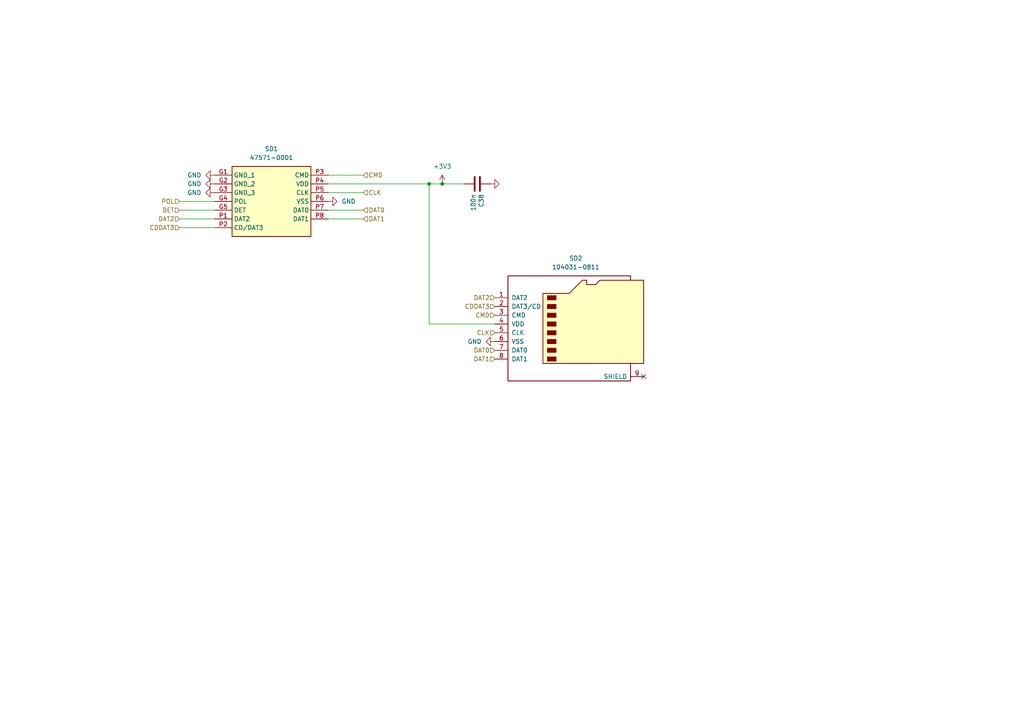
<source format=kicad_sch>
(kicad_sch (version 20250114) (generator "eeschema") (generator_version "9.0")
  (paper "A4")
  (title_block (title "MiniFRANK RM1U") (date "2025-03-04") (rev "1.01") (company "Mikhail Matveev") (comment 1 "https://github.com/xtremespb/frank"))
  (lib_symbols
    (symbol "Connector:Micro_SD_Card" (pin_names (offset 1.016))
      (property "Reference" "J" (at -16.51 15.24 0))
      (property "Value" "Micro_SD_Card" (at 16.51 15.24 0))
      (symbol "Micro_SD_Card_0_1"
        (polyline (pts (xy -8.89 -11.43) (xy -8.89 8.89) (xy -1.27 8.89) (xy 2.54 12.7) (xy 3.81 12.7) (xy 3.81 11.43) (xy 6.35 11.43) (xy 7.62 12.7) (xy 20.32 12.7) (xy 20.32 -11.43) (xy -8.89 -11.43)) (stroke (width 0.254)) (fill (type background)))
        (rectangle (start -7.62 8.255) (end -5.08 6.985) (fill (type outline)))
        (rectangle (start -7.62 5.715) (end -5.08 4.445) (fill (type outline)))
        (rectangle (start -7.62 3.175) (end -5.08 1.905) (fill (type outline)))
        (rectangle (start -7.62 0.635) (end -5.08 -0.635) (fill (type outline)))
        (rectangle (start -7.62 -1.905) (end -5.08 -3.175) (fill (type outline)))
        (rectangle (start -7.62 -4.445) (end -5.08 -5.715) (fill (type outline)))
        (rectangle (start -7.62 -6.985) (end -5.08 -8.255) (fill (type outline)))
        (rectangle (start -7.62 -9.525) (end -5.08 -10.795) (fill (type outline)))
        (polyline (pts (xy 16.51 12.7) (xy 16.51 13.97) (xy -19.05 13.97) (xy -19.05 -16.51) (xy 16.51 -16.51) (xy 16.51 -11.43)) (stroke (width 0.254)))
      )
      (symbol "Micro_SD_Card_1_1"
        (pin bidirectional line (at -22.86 7.62 0) (length 3.81) (name "DAT2") (number "1"))
        (pin bidirectional line (at -22.86 5.08 0) (length 3.81) (name "DAT3/CD") (number "2"))
        (pin input line (at -22.86 2.54 0) (length 3.81) (name "CMD") (number "3"))
        (pin power_in line (at -22.86 0 0) (length 3.81) (name "VDD") (number "4"))
        (pin input line (at -22.86 -2.54 0) (length 3.81) (name "CLK") (number "5"))
        (pin power_in line (at -22.86 -5.08 0) (length 3.81) (name "VSS") (number "6"))
        (pin bidirectional line (at -22.86 -7.62 0) (length 3.81) (name "DAT0") (number "7"))
        (pin bidirectional line (at -22.86 -10.16 0) (length 3.81) (name "DAT1") (number "8"))
        (pin passive line (at 20.32 -15.24 180) (length 3.81) (name "SHIELD") (number "9"))
      )
    )
    (symbol "Device:C" (pin_numbers (hide yes)) (pin_names (offset 0.254))
      (property "Reference" "C" (at 0.635 2.54 0))
      (property "Value" "C" (at 0.635 -2.54 0))
      (symbol "C_0_1"
        (polyline (pts (xy -2.032 0.762) (xy 2.032 0.762)) (stroke (width 0.508)))
        (polyline (pts (xy -2.032 -0.762) (xy 2.032 -0.762)) (stroke (width 0.508)))
      )
      (symbol "C_1_1"
        (pin passive line (at 0 3.81 270) (length 2.794) (name "~") (number "1"))
        (pin passive line (at 0 -3.81 90) (length 2.794) (name "~") (number "2"))
      )
    )
    (symbol "FRANK:MicroSD_Short"
      (property "Reference" "SD1" (at 16.51 7.62 0))
      (property "Value" "MicroSD_Short" (at 16.51 5.08 0))
      (symbol "MicroSD_Short_1_1"
        (rectangle (start 5.08 2.54) (end 27.94 -17.78) (stroke (width 0.254)) (fill (type background)))
        (pin passive line (at 0 0 0) (length 5.08) (name "GND_1") (number "G1"))
        (pin passive line (at 0 -2.54 0) (length 5.08) (name "GND_2") (number "G2"))
        (pin passive line (at 0 -5.08 0) (length 5.08) (name "GND_3") (number "G3"))
        (pin passive line (at 0 -7.62 0) (length 5.08) (name "POL") (number "G4"))
        (pin passive line (at 0 -10.16 0) (length 5.08) (name "DET") (number "G5"))
        (pin passive line (at 0 -12.7 0) (length 5.08) (name "DAT2") (number "P1"))
        (pin passive line (at 0 -15.24 0) (length 5.08) (name "CD/DAT3") (number "P2"))
        (pin passive line (at 33.02 0 180) (length 5.08) (name "CMD") (number "P3"))
        (pin passive line (at 33.02 -2.54 180) (length 5.08) (name "VDD") (number "P4"))
        (pin passive line (at 33.02 -5.08 180) (length 5.08) (name "CLK") (number "P5"))
        (pin passive line (at 33.02 -7.62 180) (length 5.08) (name "VSS") (number "P6"))
        (pin passive line (at 33.02 -10.16 180) (length 5.08) (name "DAT0") (number "P7"))
        (pin passive line (at 33.02 -12.7 180) (length 5.08) (name "DAT1") (number "P8"))
      )
    )
    (symbol "GND_1" (power) (pin_numbers (hide yes)) (pin_names (offset 0) (hide yes))
      (property "Value" "GND" (at 0 -3.81 0))
      (symbol "GND_1_0_1"
        (polyline (pts (xy 0 0) (xy 0 -1.27) (xy 1.27 -1.27) (xy 0 -2.54) (xy -1.27 -1.27) (xy 0 -1.27)))
      )
      (symbol "GND_1_1_1"
        (pin power_in line (at 0 0 270) (length 0) (name "~") (number "1"))
      )
    )
    (symbol "power:+3V3" (power) (pin_numbers (hide yes)) (pin_names (offset 0) (hide yes))
      (property "Value" "+3V3" (at 0 3.556 0))
      (symbol "+3V3_0_1"
        (polyline (pts (xy -0.762 1.27) (xy 0 2.54)))
        (polyline (pts (xy 0 2.54) (xy 0.762 1.27)))
        (polyline (pts (xy 0 0) (xy 0 2.54)))
      )
      (symbol "+3V3_1_1"
        (pin power_in line (at 0 0 90) (length 0) (name "~") (number "1"))
      )
    )
    (symbol "power:GND" (power) (pin_numbers (hide yes)) (pin_names (offset 0) (hide yes))
      (property "Value" "GND" (at 0 -3.81 0))
      (symbol "GND_0_1"
        (polyline (pts (xy 0 0) (xy 0 -1.27) (xy 1.27 -1.27) (xy 0 -2.54) (xy -1.27 -1.27) (xy 0 -1.27)))
      )
      (symbol "GND_1_1"
        (pin power_in line (at 0 0 270) (length 0) (name "~") (number "1"))
      )
    )
  )
  (junction (at 128.27 53.34))
  (junction (at 124.46 53.34))
  (no_connect (at 186.69 109.22))
  (wire (pts (xy 143.51 93.98) (xy 124.46 93.98)))
  (wire (pts (xy 95.25 60.96) (xy 105.41 60.96)))
  (wire (pts (xy 95.25 63.5) (xy 105.41 63.5)))
  (wire (pts (xy 52.07 66.04) (xy 62.23 66.04)))
  (wire (pts (xy 52.07 63.5) (xy 62.23 63.5)))
  (wire (pts (xy 95.25 50.8) (xy 105.41 50.8)))
  (wire (pts (xy 128.27 53.34) (xy 134.62 53.34)))
  (wire (pts (xy 95.25 55.88) (xy 105.41 55.88)))
  (wire (pts (xy 124.46 53.34) (xy 128.27 53.34)))
  (wire (pts (xy 52.07 58.42) (xy 62.23 58.42)))
  (wire (pts (xy 95.25 53.34) (xy 124.46 53.34)))
  (wire (pts (xy 52.07 60.96) (xy 62.23 60.96)))
  (wire (pts (xy 124.46 93.98) (xy 124.46 53.34)))
  (hierarchical_label "CLK" (shape input) (at 105.41 55.88 0))
  (hierarchical_label "DAT0" (shape input) (at 105.41 60.96 0))
  (hierarchical_label "DAT1" (shape input) (at 105.41 63.5 0))
  (hierarchical_label "DET" (shape input) (at 52.07 60.96 180))
  (hierarchical_label "CDDAT3" (shape input) (at 143.51 88.9 180))
  (hierarchical_label "CLK" (shape input) (at 143.51 96.52 180))
  (hierarchical_label "DAT0" (shape input) (at 143.51 101.6 180))
  (hierarchical_label "DAT2" (shape input) (at 143.51 86.36 180))
  (hierarchical_label "CDDAT3" (shape input) (at 52.07 66.04 180))
  (hierarchical_label "DAT2" (shape input) (at 52.07 63.5 180))
  (hierarchical_label "CMD" (shape input) (at 143.51 91.44 180))
  (hierarchical_label "POL" (shape input) (at 52.07 58.42 180))
  (hierarchical_label "CMD" (shape input) (at 105.41 50.8 0))
  (hierarchical_label "DAT1" (shape input) (at 143.51 104.14 180))
  (symbol (lib_id "Device:C") (at 138.43 53.34 270) (unit 1)
    (property "Reference" "C38" (at 139.5984 56.261 0) (effects (justify left)))
    (property "Value" "100n" (at 137.287 56.261 0) (effects (justify left)))
    (property "Footprint" "FRANK:Capacitor (0805)" (effects (hide yes)))
    (property "Datasheet" "https://eu.mouser.com/datasheet/2/447/KEM_C1075_X7R_HT_SMD-3316221.pdf" (effects (hide yes)))
    (property "AliExpress" "https://www.aliexpress.com/item/33008008276.html" (effects (hide yes)))
  )
  (symbol (lib_id "power:+3V3") (at 128.27 53.34 0) (unit 1)
    (property "Reference" "#PWR053" (effects (hide yes)))
    (property "Value" "+3V3" (at 128.27 48.26 0))
    (property "Description" "Power symbol creates a global label with name \"+3V3\"" (effects (hide yes)))
  )
  (symbol (lib_id "power:GND") (at 142.24 53.34 90) (unit 1)
    (property "Reference" "#PWR054" (effects (hide yes)))
    (property "Value" "GND" (effects (hide yes)))
    (property "Description" "Power symbol creates a global label with name \"GND\" , ground" (effects (hide yes)))
  )
  (symbol (lib_name "GND_1") (lib_id "power:GND") (at 62.23 53.34 270) (unit 1)
    (property "Reference" "#PWR052" (effects (hide yes)))
    (property "Value" "GND" (at 58.42 53.3399 90) (effects (justify right)))
    (property "Description" "Power symbol creates a global label with name \"GND\" , ground" (effects (hide yes)))
  )
  (symbol (lib_id "Connector:Micro_SD_Card") (at 166.37 93.98 0) (unit 1)
    (property "Reference" "SD2" (at 167.005 74.93 0))
    (property "Value" "104031-0811" (at 167.005 77.47 0))
    (property "Footprint" "FRANK:MicroSD (SMD, long)" (effects (hide yes)))
    (property "Datasheet" "https://www.we-online.com/components/products/datasheet/693072010801.pdf" (effects (hide yes)))
    (property "Description" "Micro SD Card Socket" (effects (hide yes)))
    (property "AliExpress" "https://www.aliexpress.com/item/1005004214252441.html" (effects (hide yes)))
  )
  (symbol (lib_id "FRANK:MicroSD_Short") (at 62.23 50.8 0) (unit 1)
    (property "Reference" "SD1" (at 78.74 43.18 0))
    (property "Value" "47571-0001" (at 78.74 45.72 0))
    (property "Footprint" "FRANK:MicroSD (SMD, short)" (effects (hide yes)))
    (property "Datasheet" "https://componentsearchengine.com/Datasheets/2/47571-0001.pdf" (effects (hide yes)))
    (property "Description" "Memory Card Connectors ASSY FOR TFR HEADER HEADER W/DETECT PIN" (effects (hide yes)))
    (property "Height" "2.3" (effects (hide yes)))
    (property "Mouser Part Number" "538-47571-0001" (effects (hide yes)))
    (property "Mouser Price/Stock" "https://www.mouser.co.uk/ProductDetail/Molex/47571-0001?qs=qM7ngqbhX5UTJOg9nqKLJQ%3D%3D" (effects (hide yes)))
    (property "Manufacturer_Name" "Molex" (effects (hide yes)))
    (property "Manufacturer_Part_Number" "47571-0001" (effects (hide yes)))
    (property "AliExpress" "https://www.aliexpress.com/item/1005005302426366.html" (effects (hide yes)))
  )
  (symbol (lib_name "GND_1") (lib_id "power:GND") (at 95.25 58.42 90) (unit 1)
    (property "Reference" "#PWR056" (effects (hide yes)))
    (property "Value" "GND" (at 99.06 58.4199 90) (effects (justify right)))
    (property "Description" "Power symbol creates a global label with name \"GND\" , ground" (effects (hide yes)))
  )
  (symbol (lib_id "power:GND") (at 143.51 99.06 270) (unit 1)
    (property "Reference" "#PWR057" (effects (hide yes)))
    (property "Value" "GND" (at 139.7 99.0599 90) (effects (justify right)))
  )
  (symbol (lib_name "GND_1") (lib_id "power:GND") (at 62.23 55.88 270) (unit 1)
    (property "Reference" "#PWR055" (effects (hide yes)))
    (property "Value" "GND" (at 58.42 55.8799 90) (effects (justify right)))
    (property "Description" "Power symbol creates a global label with name \"GND\" , ground" (effects (hide yes)))
  )
  (symbol (lib_name "GND_1") (lib_id "power:GND") (at 62.23 50.8 270) (unit 1)
    (property "Reference" "#PWR051" (effects (hide yes)))
    (property "Value" "GND" (at 58.42 50.7999 90) (effects (justify right)))
    (property "Description" "Power symbol creates a global label with name \"GND\" , ground" (effects (hide yes)))
  )
)
</source>
